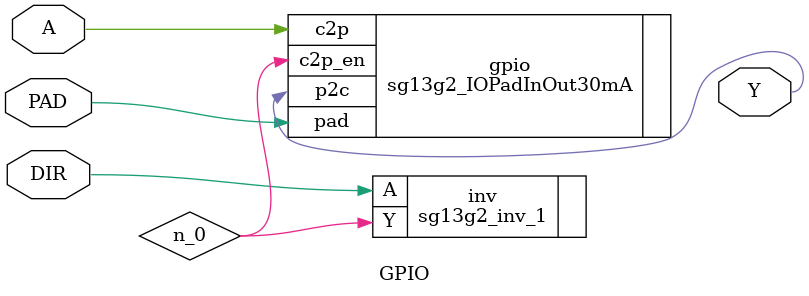
<source format=v>

`include "../ihp-sg13g2/libs.ref/sg13g2_io/verilog/sg13g2_io.v"
`include "../ihp-sg13g2/libs.ref/sg13g2_stdcell/verilog/sg13g2_stdcell.v"

module GPIO (
  input A, // Data output
  output Y, // Data input
  inout PAD, // bi-directional pad
  input DIR // direction control
);

  wire A, Y, PAD, DIR, n_0;

  sg13g2_inv_1 inv(.Y(n_0), .A(DIR));
  sg13g2_IOPadInOut30mA gpio (.pad(PAD), .c2p(A), .c2p_en(n_0), .p2c(Y));

  //----- when direction enabled, the signal is propagated from PAD to data input
  //assign Y = DIR ? PAD : 1'bz;
  //----- when direction is disabled, the signal is propagated from data out to pad
  //assign PAD = DIR ? 1'bz : A;
endmodule

</source>
